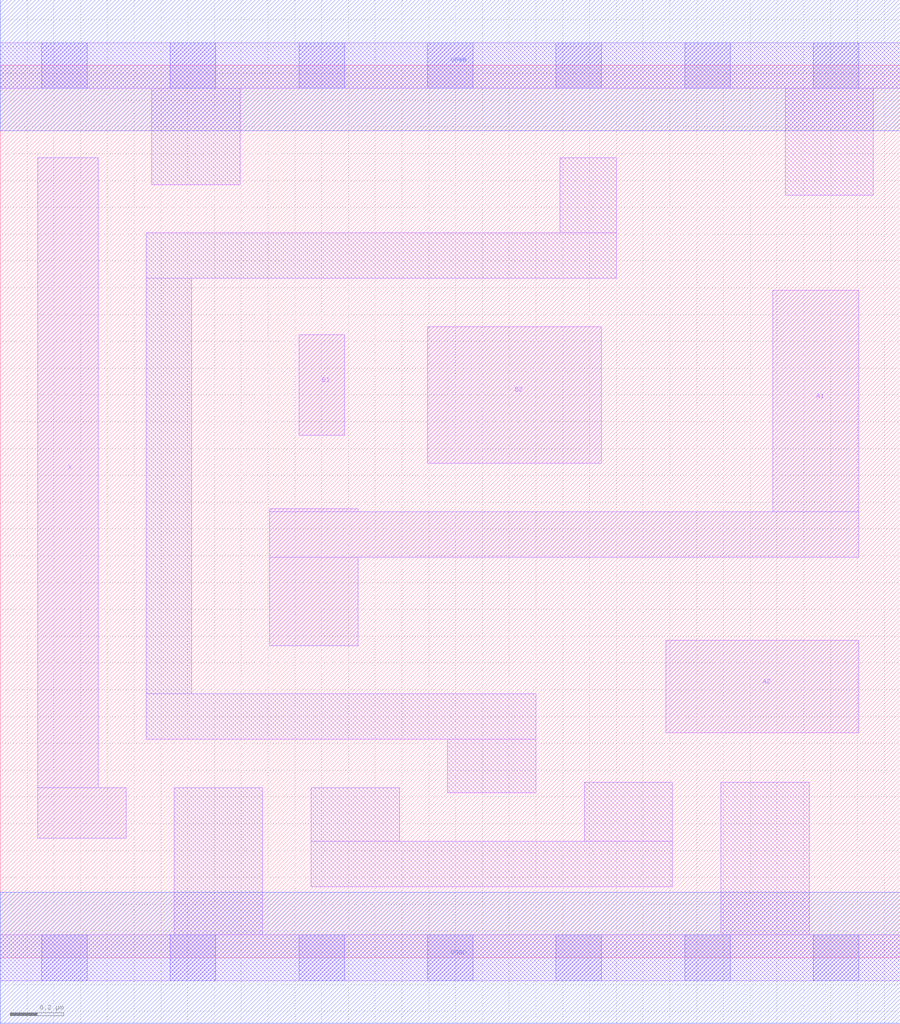
<source format=lef>
# Copyright 2020 The SkyWater PDK Authors
#
# Licensed under the Apache License, Version 2.0 (the "License");
# you may not use this file except in compliance with the License.
# You may obtain a copy of the License at
#
#     https://www.apache.org/licenses/LICENSE-2.0
#
# Unless required by applicable law or agreed to in writing, software
# distributed under the License is distributed on an "AS IS" BASIS,
# WITHOUT WARRANTIES OR CONDITIONS OF ANY KIND, either express or implied.
# See the License for the specific language governing permissions and
# limitations under the License.
#
# SPDX-License-Identifier: Apache-2.0

VERSION 5.7 ;
  NAMESCASESENSITIVE ON ;
  NOWIREEXTENSIONATPIN ON ;
  DIVIDERCHAR "/" ;
  BUSBITCHARS "[]" ;
UNITS
  DATABASE MICRONS 200 ;
END UNITS
MACRO sky130_fd_sc_lp__o22a_m
  CLASS CORE ;
  SOURCE USER ;
  FOREIGN sky130_fd_sc_lp__o22a_m ;
  ORIGIN  0.000000  0.000000 ;
  SIZE  3.360000 BY  3.330000 ;
  SYMMETRY X Y R90 ;
  SITE unit ;
  PIN A1
    ANTENNAGATEAREA  0.126000 ;
    DIRECTION INPUT ;
    USE SIGNAL ;
    PORT
      LAYER li1 ;
        RECT 1.005000 1.165000 1.335000 1.495000 ;
        RECT 1.005000 1.495000 3.205000 1.665000 ;
        RECT 1.005000 1.665000 1.335000 1.675000 ;
        RECT 2.885000 1.665000 3.205000 2.490000 ;
    END
  END A1
  PIN A2
    ANTENNAGATEAREA  0.126000 ;
    DIRECTION INPUT ;
    USE SIGNAL ;
    PORT
      LAYER li1 ;
        RECT 2.485000 0.840000 3.205000 1.185000 ;
    END
  END A2
  PIN B1
    ANTENNAGATEAREA  0.126000 ;
    DIRECTION INPUT ;
    USE SIGNAL ;
    PORT
      LAYER li1 ;
        RECT 1.115000 1.950000 1.285000 2.325000 ;
    END
  END B1
  PIN B2
    ANTENNAGATEAREA  0.126000 ;
    DIRECTION INPUT ;
    USE SIGNAL ;
    PORT
      LAYER li1 ;
        RECT 1.595000 1.845000 2.245000 2.355000 ;
    END
  END B2
  PIN X
    ANTENNADIFFAREA  0.239400 ;
    DIRECTION OUTPUT ;
    USE SIGNAL ;
    PORT
      LAYER li1 ;
        RECT 0.140000 0.445000 0.470000 0.635000 ;
        RECT 0.140000 0.635000 0.365000 2.985000 ;
    END
  END X
  PIN VGND
    DIRECTION INOUT ;
    USE GROUND ;
    PORT
      LAYER met1 ;
        RECT 0.000000 -0.245000 3.360000 0.245000 ;
    END
  END VGND
  PIN VPWR
    DIRECTION INOUT ;
    USE POWER ;
    PORT
      LAYER met1 ;
        RECT 0.000000 3.085000 3.360000 3.575000 ;
    END
  END VPWR
  OBS
    LAYER li1 ;
      RECT 0.000000 -0.085000 3.360000 0.085000 ;
      RECT 0.000000  3.245000 3.360000 3.415000 ;
      RECT 0.545000  0.815000 2.000000 0.985000 ;
      RECT 0.545000  0.985000 0.715000 2.535000 ;
      RECT 0.545000  2.535000 2.300000 2.705000 ;
      RECT 0.565000  2.885000 0.895000 3.245000 ;
      RECT 0.650000  0.085000 0.980000 0.635000 ;
      RECT 1.160000  0.265000 2.510000 0.435000 ;
      RECT 1.160000  0.435000 1.490000 0.635000 ;
      RECT 1.670000  0.615000 2.000000 0.815000 ;
      RECT 2.090000  2.705000 2.300000 2.985000 ;
      RECT 2.180000  0.435000 2.510000 0.655000 ;
      RECT 2.690000  0.085000 3.020000 0.655000 ;
      RECT 2.930000  2.845000 3.260000 3.245000 ;
    LAYER mcon ;
      RECT 0.155000 -0.085000 0.325000 0.085000 ;
      RECT 0.155000  3.245000 0.325000 3.415000 ;
      RECT 0.635000 -0.085000 0.805000 0.085000 ;
      RECT 0.635000  3.245000 0.805000 3.415000 ;
      RECT 1.115000 -0.085000 1.285000 0.085000 ;
      RECT 1.115000  3.245000 1.285000 3.415000 ;
      RECT 1.595000 -0.085000 1.765000 0.085000 ;
      RECT 1.595000  3.245000 1.765000 3.415000 ;
      RECT 2.075000 -0.085000 2.245000 0.085000 ;
      RECT 2.075000  3.245000 2.245000 3.415000 ;
      RECT 2.555000 -0.085000 2.725000 0.085000 ;
      RECT 2.555000  3.245000 2.725000 3.415000 ;
      RECT 3.035000 -0.085000 3.205000 0.085000 ;
      RECT 3.035000  3.245000 3.205000 3.415000 ;
  END
END sky130_fd_sc_lp__o22a_m

</source>
